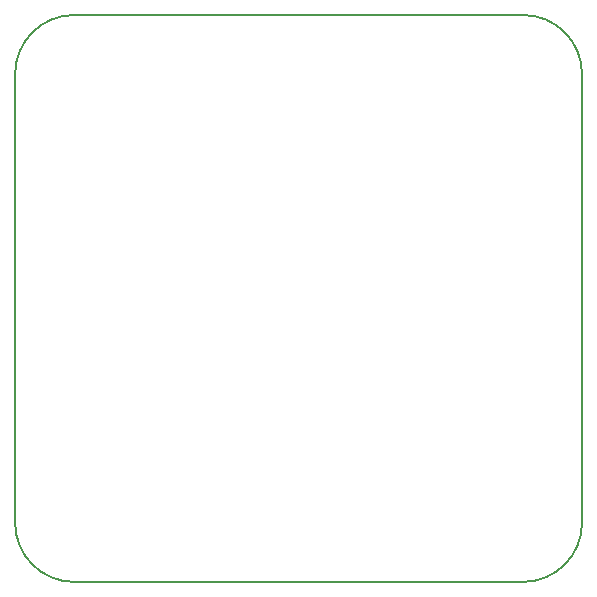
<source format=gko>
G04 #@! TF.GenerationSoftware,KiCad,Pcbnew,(5.0.2)-1*
G04 #@! TF.CreationDate,2019-01-06T12:14:53+11:00*
G04 #@! TF.ProjectId,Filter_Bank_Dev_Rev_0,46696c74-6572-45f4-9261-6e6b5f446576,0*
G04 #@! TF.SameCoordinates,Original*
G04 #@! TF.FileFunction,Profile,NP*
%FSLAX46Y46*%
G04 Gerber Fmt 4.6, Leading zero omitted, Abs format (unit mm)*
G04 Created by KiCad (PCBNEW (5.0.2)-1) date 6/01/2019 12:14:53*
%MOMM*%
%LPD*%
G01*
G04 APERTURE LIST*
%ADD10C,0.150000*%
G04 APERTURE END LIST*
D10*
X139000000Y-90000000D02*
X101000000Y-90000000D01*
X144000000Y-85000000D02*
G75*
G02X139000000Y-90000000I-5000000J0D01*
G01*
X101000000Y-90000000D02*
G75*
G02X96000000Y-85000000I0J5000000D01*
G01*
X96000000Y-47000000D02*
G75*
G02X101000000Y-42000000I5000000J0D01*
G01*
X139000000Y-42000000D02*
G75*
G02X144000000Y-47000000I0J-5000000D01*
G01*
X144000000Y-47000000D02*
X144000000Y-85000000D01*
X96000000Y-85000000D02*
X96000000Y-47000000D01*
X101000000Y-42000000D02*
X139000000Y-42000000D01*
M02*

</source>
